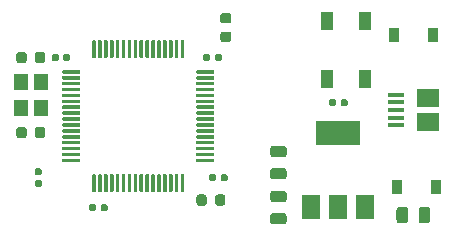
<source format=gbr>
%TF.GenerationSoftware,KiCad,Pcbnew,5.1.6+dfsg1-1*%
%TF.CreationDate,2020-06-20T18:18:21+08:00*%
%TF.ProjectId,stm32dev,73746d33-3264-4657-962e-6b696361645f,a*%
%TF.SameCoordinates,Original*%
%TF.FileFunction,Paste,Top*%
%TF.FilePolarity,Positive*%
%FSLAX46Y46*%
G04 Gerber Fmt 4.6, Leading zero omitted, Abs format (unit mm)*
G04 Created by KiCad (PCBNEW 5.1.6+dfsg1-1) date 2020-06-20 18:18:21*
%MOMM*%
%LPD*%
G01*
G04 APERTURE LIST*
%ADD10R,0.900000X1.200000*%
%ADD11R,1.000000X1.500000*%
%ADD12R,1.900000X1.500000*%
%ADD13R,1.350000X0.400000*%
%ADD14R,1.500000X2.000000*%
%ADD15R,3.800000X2.000000*%
%ADD16R,1.200000X1.400000*%
G04 APERTURE END LIST*
D10*
%TO.C,D3*%
X173100000Y-90805000D03*
X169800000Y-90805000D03*
%TD*%
%TO.C,D1*%
X173354000Y-103632000D03*
X170054000Y-103632000D03*
%TD*%
%TO.C,C10*%
G36*
G01*
X138715000Y-98803750D02*
X138715000Y-99316250D01*
G75*
G02*
X138496250Y-99535000I-218750J0D01*
G01*
X138058750Y-99535000D01*
G75*
G02*
X137840000Y-99316250I0J218750D01*
G01*
X137840000Y-98803750D01*
G75*
G02*
X138058750Y-98585000I218750J0D01*
G01*
X138496250Y-98585000D01*
G75*
G02*
X138715000Y-98803750I0J-218750D01*
G01*
G37*
G36*
G01*
X140290000Y-98803750D02*
X140290000Y-99316250D01*
G75*
G02*
X140071250Y-99535000I-218750J0D01*
G01*
X139633750Y-99535000D01*
G75*
G02*
X139415000Y-99316250I0J218750D01*
G01*
X139415000Y-98803750D01*
G75*
G02*
X139633750Y-98585000I218750J0D01*
G01*
X140071250Y-98585000D01*
G75*
G02*
X140290000Y-98803750I0J-218750D01*
G01*
G37*
%TD*%
%TO.C,C6*%
G36*
G01*
X139415000Y-92966250D02*
X139415000Y-92453750D01*
G75*
G02*
X139633750Y-92235000I218750J0D01*
G01*
X140071250Y-92235000D01*
G75*
G02*
X140290000Y-92453750I0J-218750D01*
G01*
X140290000Y-92966250D01*
G75*
G02*
X140071250Y-93185000I-218750J0D01*
G01*
X139633750Y-93185000D01*
G75*
G02*
X139415000Y-92966250I0J218750D01*
G01*
G37*
G36*
G01*
X137840000Y-92966250D02*
X137840000Y-92453750D01*
G75*
G02*
X138058750Y-92235000I218750J0D01*
G01*
X138496250Y-92235000D01*
G75*
G02*
X138715000Y-92453750I0J-218750D01*
G01*
X138715000Y-92966250D01*
G75*
G02*
X138496250Y-93185000I-218750J0D01*
G01*
X138058750Y-93185000D01*
G75*
G02*
X137840000Y-92966250I0J218750D01*
G01*
G37*
%TD*%
%TO.C,C13*%
G36*
G01*
X155831250Y-89820000D02*
X155318750Y-89820000D01*
G75*
G02*
X155100000Y-89601250I0J218750D01*
G01*
X155100000Y-89163750D01*
G75*
G02*
X155318750Y-88945000I218750J0D01*
G01*
X155831250Y-88945000D01*
G75*
G02*
X156050000Y-89163750I0J-218750D01*
G01*
X156050000Y-89601250D01*
G75*
G02*
X155831250Y-89820000I-218750J0D01*
G01*
G37*
G36*
G01*
X155831250Y-91395000D02*
X155318750Y-91395000D01*
G75*
G02*
X155100000Y-91176250I0J218750D01*
G01*
X155100000Y-90738750D01*
G75*
G02*
X155318750Y-90520000I218750J0D01*
G01*
X155831250Y-90520000D01*
G75*
G02*
X156050000Y-90738750I0J-218750D01*
G01*
X156050000Y-91176250D01*
G75*
G02*
X155831250Y-91395000I-218750J0D01*
G01*
G37*
%TD*%
%TO.C,C12*%
G36*
G01*
X154655000Y-105031250D02*
X154655000Y-104518750D01*
G75*
G02*
X154873750Y-104300000I218750J0D01*
G01*
X155311250Y-104300000D01*
G75*
G02*
X155530000Y-104518750I0J-218750D01*
G01*
X155530000Y-105031250D01*
G75*
G02*
X155311250Y-105250000I-218750J0D01*
G01*
X154873750Y-105250000D01*
G75*
G02*
X154655000Y-105031250I0J218750D01*
G01*
G37*
G36*
G01*
X153080000Y-105031250D02*
X153080000Y-104518750D01*
G75*
G02*
X153298750Y-104300000I218750J0D01*
G01*
X153736250Y-104300000D01*
G75*
G02*
X153955000Y-104518750I0J-218750D01*
G01*
X153955000Y-105031250D01*
G75*
G02*
X153736250Y-105250000I-218750J0D01*
G01*
X153298750Y-105250000D01*
G75*
G02*
X153080000Y-105031250I0J218750D01*
G01*
G37*
%TD*%
%TO.C,C11*%
G36*
G01*
X141415000Y-92537500D02*
X141415000Y-92882500D01*
G75*
G02*
X141267500Y-93030000I-147500J0D01*
G01*
X140972500Y-93030000D01*
G75*
G02*
X140825000Y-92882500I0J147500D01*
G01*
X140825000Y-92537500D01*
G75*
G02*
X140972500Y-92390000I147500J0D01*
G01*
X141267500Y-92390000D01*
G75*
G02*
X141415000Y-92537500I0J-147500D01*
G01*
G37*
G36*
G01*
X142385000Y-92537500D02*
X142385000Y-92882500D01*
G75*
G02*
X142237500Y-93030000I-147500J0D01*
G01*
X141942500Y-93030000D01*
G75*
G02*
X141795000Y-92882500I0J147500D01*
G01*
X141795000Y-92537500D01*
G75*
G02*
X141942500Y-92390000I147500J0D01*
G01*
X142237500Y-92390000D01*
G75*
G02*
X142385000Y-92537500I0J-147500D01*
G01*
G37*
%TD*%
%TO.C,C9*%
G36*
G01*
X139527500Y-103060000D02*
X139872500Y-103060000D01*
G75*
G02*
X140020000Y-103207500I0J-147500D01*
G01*
X140020000Y-103502500D01*
G75*
G02*
X139872500Y-103650000I-147500J0D01*
G01*
X139527500Y-103650000D01*
G75*
G02*
X139380000Y-103502500I0J147500D01*
G01*
X139380000Y-103207500D01*
G75*
G02*
X139527500Y-103060000I147500J0D01*
G01*
G37*
G36*
G01*
X139527500Y-102090000D02*
X139872500Y-102090000D01*
G75*
G02*
X140020000Y-102237500I0J-147500D01*
G01*
X140020000Y-102532500D01*
G75*
G02*
X139872500Y-102680000I-147500J0D01*
G01*
X139527500Y-102680000D01*
G75*
G02*
X139380000Y-102532500I0J147500D01*
G01*
X139380000Y-102237500D01*
G75*
G02*
X139527500Y-102090000I147500J0D01*
G01*
G37*
%TD*%
%TO.C,C8*%
G36*
G01*
X155130000Y-103042500D02*
X155130000Y-102697500D01*
G75*
G02*
X155277500Y-102550000I147500J0D01*
G01*
X155572500Y-102550000D01*
G75*
G02*
X155720000Y-102697500I0J-147500D01*
G01*
X155720000Y-103042500D01*
G75*
G02*
X155572500Y-103190000I-147500J0D01*
G01*
X155277500Y-103190000D01*
G75*
G02*
X155130000Y-103042500I0J147500D01*
G01*
G37*
G36*
G01*
X154160000Y-103042500D02*
X154160000Y-102697500D01*
G75*
G02*
X154307500Y-102550000I147500J0D01*
G01*
X154602500Y-102550000D01*
G75*
G02*
X154750000Y-102697500I0J-147500D01*
G01*
X154750000Y-103042500D01*
G75*
G02*
X154602500Y-103190000I-147500J0D01*
G01*
X154307500Y-103190000D01*
G75*
G02*
X154160000Y-103042500I0J147500D01*
G01*
G37*
%TD*%
%TO.C,C7*%
G36*
G01*
X154645000Y-92882500D02*
X154645000Y-92537500D01*
G75*
G02*
X154792500Y-92390000I147500J0D01*
G01*
X155087500Y-92390000D01*
G75*
G02*
X155235000Y-92537500I0J-147500D01*
G01*
X155235000Y-92882500D01*
G75*
G02*
X155087500Y-93030000I-147500J0D01*
G01*
X154792500Y-93030000D01*
G75*
G02*
X154645000Y-92882500I0J147500D01*
G01*
G37*
G36*
G01*
X153675000Y-92882500D02*
X153675000Y-92537500D01*
G75*
G02*
X153822500Y-92390000I147500J0D01*
G01*
X154117500Y-92390000D01*
G75*
G02*
X154265000Y-92537500I0J-147500D01*
G01*
X154265000Y-92882500D01*
G75*
G02*
X154117500Y-93030000I-147500J0D01*
G01*
X153822500Y-93030000D01*
G75*
G02*
X153675000Y-92882500I0J147500D01*
G01*
G37*
%TD*%
%TO.C,C5*%
G36*
G01*
X144590000Y-105237500D02*
X144590000Y-105582500D01*
G75*
G02*
X144442500Y-105730000I-147500J0D01*
G01*
X144147500Y-105730000D01*
G75*
G02*
X144000000Y-105582500I0J147500D01*
G01*
X144000000Y-105237500D01*
G75*
G02*
X144147500Y-105090000I147500J0D01*
G01*
X144442500Y-105090000D01*
G75*
G02*
X144590000Y-105237500I0J-147500D01*
G01*
G37*
G36*
G01*
X145560000Y-105237500D02*
X145560000Y-105582500D01*
G75*
G02*
X145412500Y-105730000I-147500J0D01*
G01*
X145117500Y-105730000D01*
G75*
G02*
X144970000Y-105582500I0J147500D01*
G01*
X144970000Y-105237500D01*
G75*
G02*
X145117500Y-105090000I147500J0D01*
G01*
X145412500Y-105090000D01*
G75*
G02*
X145560000Y-105237500I0J-147500D01*
G01*
G37*
%TD*%
D11*
%TO.C,D2*%
X164135000Y-94525000D03*
X167335000Y-94525000D03*
X164135000Y-89625000D03*
X167335000Y-89625000D03*
%TD*%
D12*
%TO.C,J1*%
X172687500Y-98155000D03*
D13*
X169987500Y-97155000D03*
X169987500Y-96505000D03*
X169987500Y-95855000D03*
X169987500Y-98455000D03*
X169987500Y-97805000D03*
D12*
X172687500Y-96155000D03*
%TD*%
D14*
%TO.C,U1*%
X162800000Y-105385000D03*
X167400000Y-105385000D03*
X165100000Y-105385000D03*
D15*
X165100000Y-99085000D03*
%TD*%
%TO.C,C4*%
G36*
G01*
X165290000Y-96692500D02*
X165290000Y-96347500D01*
G75*
G02*
X165437500Y-96200000I147500J0D01*
G01*
X165732500Y-96200000D01*
G75*
G02*
X165880000Y-96347500I0J-147500D01*
G01*
X165880000Y-96692500D01*
G75*
G02*
X165732500Y-96840000I-147500J0D01*
G01*
X165437500Y-96840000D01*
G75*
G02*
X165290000Y-96692500I0J147500D01*
G01*
G37*
G36*
G01*
X164320000Y-96692500D02*
X164320000Y-96347500D01*
G75*
G02*
X164467500Y-96200000I147500J0D01*
G01*
X164762500Y-96200000D01*
G75*
G02*
X164910000Y-96347500I0J-147500D01*
G01*
X164910000Y-96692500D01*
G75*
G02*
X164762500Y-96840000I-147500J0D01*
G01*
X164467500Y-96840000D01*
G75*
G02*
X164320000Y-96692500I0J147500D01*
G01*
G37*
%TD*%
%TO.C,C3*%
G36*
G01*
X160476250Y-101150000D02*
X159563750Y-101150000D01*
G75*
G02*
X159320000Y-100906250I0J243750D01*
G01*
X159320000Y-100418750D01*
G75*
G02*
X159563750Y-100175000I243750J0D01*
G01*
X160476250Y-100175000D01*
G75*
G02*
X160720000Y-100418750I0J-243750D01*
G01*
X160720000Y-100906250D01*
G75*
G02*
X160476250Y-101150000I-243750J0D01*
G01*
G37*
G36*
G01*
X160476250Y-103025000D02*
X159563750Y-103025000D01*
G75*
G02*
X159320000Y-102781250I0J243750D01*
G01*
X159320000Y-102293750D01*
G75*
G02*
X159563750Y-102050000I243750J0D01*
G01*
X160476250Y-102050000D01*
G75*
G02*
X160720000Y-102293750I0J-243750D01*
G01*
X160720000Y-102781250D01*
G75*
G02*
X160476250Y-103025000I-243750J0D01*
G01*
G37*
%TD*%
%TO.C,C2*%
G36*
G01*
X159563750Y-105860000D02*
X160476250Y-105860000D01*
G75*
G02*
X160720000Y-106103750I0J-243750D01*
G01*
X160720000Y-106591250D01*
G75*
G02*
X160476250Y-106835000I-243750J0D01*
G01*
X159563750Y-106835000D01*
G75*
G02*
X159320000Y-106591250I0J243750D01*
G01*
X159320000Y-106103750D01*
G75*
G02*
X159563750Y-105860000I243750J0D01*
G01*
G37*
G36*
G01*
X159563750Y-103985000D02*
X160476250Y-103985000D01*
G75*
G02*
X160720000Y-104228750I0J-243750D01*
G01*
X160720000Y-104716250D01*
G75*
G02*
X160476250Y-104960000I-243750J0D01*
G01*
X159563750Y-104960000D01*
G75*
G02*
X159320000Y-104716250I0J243750D01*
G01*
X159320000Y-104228750D01*
G75*
G02*
X159563750Y-103985000I243750J0D01*
G01*
G37*
%TD*%
%TO.C,C1*%
G36*
G01*
X171900000Y-106501250D02*
X171900000Y-105588750D01*
G75*
G02*
X172143750Y-105345000I243750J0D01*
G01*
X172631250Y-105345000D01*
G75*
G02*
X172875000Y-105588750I0J-243750D01*
G01*
X172875000Y-106501250D01*
G75*
G02*
X172631250Y-106745000I-243750J0D01*
G01*
X172143750Y-106745000D01*
G75*
G02*
X171900000Y-106501250I0J243750D01*
G01*
G37*
G36*
G01*
X170025000Y-106501250D02*
X170025000Y-105588750D01*
G75*
G02*
X170268750Y-105345000I243750J0D01*
G01*
X170756250Y-105345000D01*
G75*
G02*
X171000000Y-105588750I0J-243750D01*
G01*
X171000000Y-106501250D01*
G75*
G02*
X170756250Y-106745000I-243750J0D01*
G01*
X170268750Y-106745000D01*
G75*
G02*
X170025000Y-106501250I0J243750D01*
G01*
G37*
%TD*%
D16*
%TO.C,Y1*%
X139915000Y-94785000D03*
X139915000Y-96985000D03*
X138215000Y-96985000D03*
X138215000Y-94785000D03*
%TD*%
%TO.C,U2*%
G36*
G01*
X144265000Y-92690000D02*
X144265000Y-91290000D01*
G75*
G02*
X144340000Y-91215000I75000J0D01*
G01*
X144490000Y-91215000D01*
G75*
G02*
X144565000Y-91290000I0J-75000D01*
G01*
X144565000Y-92690000D01*
G75*
G02*
X144490000Y-92765000I-75000J0D01*
G01*
X144340000Y-92765000D01*
G75*
G02*
X144265000Y-92690000I0J75000D01*
G01*
G37*
G36*
G01*
X144765000Y-92690000D02*
X144765000Y-91290000D01*
G75*
G02*
X144840000Y-91215000I75000J0D01*
G01*
X144990000Y-91215000D01*
G75*
G02*
X145065000Y-91290000I0J-75000D01*
G01*
X145065000Y-92690000D01*
G75*
G02*
X144990000Y-92765000I-75000J0D01*
G01*
X144840000Y-92765000D01*
G75*
G02*
X144765000Y-92690000I0J75000D01*
G01*
G37*
G36*
G01*
X145265000Y-92690000D02*
X145265000Y-91290000D01*
G75*
G02*
X145340000Y-91215000I75000J0D01*
G01*
X145490000Y-91215000D01*
G75*
G02*
X145565000Y-91290000I0J-75000D01*
G01*
X145565000Y-92690000D01*
G75*
G02*
X145490000Y-92765000I-75000J0D01*
G01*
X145340000Y-92765000D01*
G75*
G02*
X145265000Y-92690000I0J75000D01*
G01*
G37*
G36*
G01*
X145765000Y-92690000D02*
X145765000Y-91290000D01*
G75*
G02*
X145840000Y-91215000I75000J0D01*
G01*
X145990000Y-91215000D01*
G75*
G02*
X146065000Y-91290000I0J-75000D01*
G01*
X146065000Y-92690000D01*
G75*
G02*
X145990000Y-92765000I-75000J0D01*
G01*
X145840000Y-92765000D01*
G75*
G02*
X145765000Y-92690000I0J75000D01*
G01*
G37*
G36*
G01*
X146265000Y-92690000D02*
X146265000Y-91290000D01*
G75*
G02*
X146340000Y-91215000I75000J0D01*
G01*
X146490000Y-91215000D01*
G75*
G02*
X146565000Y-91290000I0J-75000D01*
G01*
X146565000Y-92690000D01*
G75*
G02*
X146490000Y-92765000I-75000J0D01*
G01*
X146340000Y-92765000D01*
G75*
G02*
X146265000Y-92690000I0J75000D01*
G01*
G37*
G36*
G01*
X146765000Y-92690000D02*
X146765000Y-91290000D01*
G75*
G02*
X146840000Y-91215000I75000J0D01*
G01*
X146990000Y-91215000D01*
G75*
G02*
X147065000Y-91290000I0J-75000D01*
G01*
X147065000Y-92690000D01*
G75*
G02*
X146990000Y-92765000I-75000J0D01*
G01*
X146840000Y-92765000D01*
G75*
G02*
X146765000Y-92690000I0J75000D01*
G01*
G37*
G36*
G01*
X147265000Y-92690000D02*
X147265000Y-91290000D01*
G75*
G02*
X147340000Y-91215000I75000J0D01*
G01*
X147490000Y-91215000D01*
G75*
G02*
X147565000Y-91290000I0J-75000D01*
G01*
X147565000Y-92690000D01*
G75*
G02*
X147490000Y-92765000I-75000J0D01*
G01*
X147340000Y-92765000D01*
G75*
G02*
X147265000Y-92690000I0J75000D01*
G01*
G37*
G36*
G01*
X147765000Y-92690000D02*
X147765000Y-91290000D01*
G75*
G02*
X147840000Y-91215000I75000J0D01*
G01*
X147990000Y-91215000D01*
G75*
G02*
X148065000Y-91290000I0J-75000D01*
G01*
X148065000Y-92690000D01*
G75*
G02*
X147990000Y-92765000I-75000J0D01*
G01*
X147840000Y-92765000D01*
G75*
G02*
X147765000Y-92690000I0J75000D01*
G01*
G37*
G36*
G01*
X148265000Y-92690000D02*
X148265000Y-91290000D01*
G75*
G02*
X148340000Y-91215000I75000J0D01*
G01*
X148490000Y-91215000D01*
G75*
G02*
X148565000Y-91290000I0J-75000D01*
G01*
X148565000Y-92690000D01*
G75*
G02*
X148490000Y-92765000I-75000J0D01*
G01*
X148340000Y-92765000D01*
G75*
G02*
X148265000Y-92690000I0J75000D01*
G01*
G37*
G36*
G01*
X148765000Y-92690000D02*
X148765000Y-91290000D01*
G75*
G02*
X148840000Y-91215000I75000J0D01*
G01*
X148990000Y-91215000D01*
G75*
G02*
X149065000Y-91290000I0J-75000D01*
G01*
X149065000Y-92690000D01*
G75*
G02*
X148990000Y-92765000I-75000J0D01*
G01*
X148840000Y-92765000D01*
G75*
G02*
X148765000Y-92690000I0J75000D01*
G01*
G37*
G36*
G01*
X149265000Y-92690000D02*
X149265000Y-91290000D01*
G75*
G02*
X149340000Y-91215000I75000J0D01*
G01*
X149490000Y-91215000D01*
G75*
G02*
X149565000Y-91290000I0J-75000D01*
G01*
X149565000Y-92690000D01*
G75*
G02*
X149490000Y-92765000I-75000J0D01*
G01*
X149340000Y-92765000D01*
G75*
G02*
X149265000Y-92690000I0J75000D01*
G01*
G37*
G36*
G01*
X149765000Y-92690000D02*
X149765000Y-91290000D01*
G75*
G02*
X149840000Y-91215000I75000J0D01*
G01*
X149990000Y-91215000D01*
G75*
G02*
X150065000Y-91290000I0J-75000D01*
G01*
X150065000Y-92690000D01*
G75*
G02*
X149990000Y-92765000I-75000J0D01*
G01*
X149840000Y-92765000D01*
G75*
G02*
X149765000Y-92690000I0J75000D01*
G01*
G37*
G36*
G01*
X150265000Y-92690000D02*
X150265000Y-91290000D01*
G75*
G02*
X150340000Y-91215000I75000J0D01*
G01*
X150490000Y-91215000D01*
G75*
G02*
X150565000Y-91290000I0J-75000D01*
G01*
X150565000Y-92690000D01*
G75*
G02*
X150490000Y-92765000I-75000J0D01*
G01*
X150340000Y-92765000D01*
G75*
G02*
X150265000Y-92690000I0J75000D01*
G01*
G37*
G36*
G01*
X150765000Y-92690000D02*
X150765000Y-91290000D01*
G75*
G02*
X150840000Y-91215000I75000J0D01*
G01*
X150990000Y-91215000D01*
G75*
G02*
X151065000Y-91290000I0J-75000D01*
G01*
X151065000Y-92690000D01*
G75*
G02*
X150990000Y-92765000I-75000J0D01*
G01*
X150840000Y-92765000D01*
G75*
G02*
X150765000Y-92690000I0J75000D01*
G01*
G37*
G36*
G01*
X151265000Y-92690000D02*
X151265000Y-91290000D01*
G75*
G02*
X151340000Y-91215000I75000J0D01*
G01*
X151490000Y-91215000D01*
G75*
G02*
X151565000Y-91290000I0J-75000D01*
G01*
X151565000Y-92690000D01*
G75*
G02*
X151490000Y-92765000I-75000J0D01*
G01*
X151340000Y-92765000D01*
G75*
G02*
X151265000Y-92690000I0J75000D01*
G01*
G37*
G36*
G01*
X151765000Y-92690000D02*
X151765000Y-91290000D01*
G75*
G02*
X151840000Y-91215000I75000J0D01*
G01*
X151990000Y-91215000D01*
G75*
G02*
X152065000Y-91290000I0J-75000D01*
G01*
X152065000Y-92690000D01*
G75*
G02*
X151990000Y-92765000I-75000J0D01*
G01*
X151840000Y-92765000D01*
G75*
G02*
X151765000Y-92690000I0J75000D01*
G01*
G37*
G36*
G01*
X153065000Y-93990000D02*
X153065000Y-93840000D01*
G75*
G02*
X153140000Y-93765000I75000J0D01*
G01*
X154540000Y-93765000D01*
G75*
G02*
X154615000Y-93840000I0J-75000D01*
G01*
X154615000Y-93990000D01*
G75*
G02*
X154540000Y-94065000I-75000J0D01*
G01*
X153140000Y-94065000D01*
G75*
G02*
X153065000Y-93990000I0J75000D01*
G01*
G37*
G36*
G01*
X153065000Y-94490000D02*
X153065000Y-94340000D01*
G75*
G02*
X153140000Y-94265000I75000J0D01*
G01*
X154540000Y-94265000D01*
G75*
G02*
X154615000Y-94340000I0J-75000D01*
G01*
X154615000Y-94490000D01*
G75*
G02*
X154540000Y-94565000I-75000J0D01*
G01*
X153140000Y-94565000D01*
G75*
G02*
X153065000Y-94490000I0J75000D01*
G01*
G37*
G36*
G01*
X153065000Y-94990000D02*
X153065000Y-94840000D01*
G75*
G02*
X153140000Y-94765000I75000J0D01*
G01*
X154540000Y-94765000D01*
G75*
G02*
X154615000Y-94840000I0J-75000D01*
G01*
X154615000Y-94990000D01*
G75*
G02*
X154540000Y-95065000I-75000J0D01*
G01*
X153140000Y-95065000D01*
G75*
G02*
X153065000Y-94990000I0J75000D01*
G01*
G37*
G36*
G01*
X153065000Y-95490000D02*
X153065000Y-95340000D01*
G75*
G02*
X153140000Y-95265000I75000J0D01*
G01*
X154540000Y-95265000D01*
G75*
G02*
X154615000Y-95340000I0J-75000D01*
G01*
X154615000Y-95490000D01*
G75*
G02*
X154540000Y-95565000I-75000J0D01*
G01*
X153140000Y-95565000D01*
G75*
G02*
X153065000Y-95490000I0J75000D01*
G01*
G37*
G36*
G01*
X153065000Y-95990000D02*
X153065000Y-95840000D01*
G75*
G02*
X153140000Y-95765000I75000J0D01*
G01*
X154540000Y-95765000D01*
G75*
G02*
X154615000Y-95840000I0J-75000D01*
G01*
X154615000Y-95990000D01*
G75*
G02*
X154540000Y-96065000I-75000J0D01*
G01*
X153140000Y-96065000D01*
G75*
G02*
X153065000Y-95990000I0J75000D01*
G01*
G37*
G36*
G01*
X153065000Y-96490000D02*
X153065000Y-96340000D01*
G75*
G02*
X153140000Y-96265000I75000J0D01*
G01*
X154540000Y-96265000D01*
G75*
G02*
X154615000Y-96340000I0J-75000D01*
G01*
X154615000Y-96490000D01*
G75*
G02*
X154540000Y-96565000I-75000J0D01*
G01*
X153140000Y-96565000D01*
G75*
G02*
X153065000Y-96490000I0J75000D01*
G01*
G37*
G36*
G01*
X153065000Y-96990000D02*
X153065000Y-96840000D01*
G75*
G02*
X153140000Y-96765000I75000J0D01*
G01*
X154540000Y-96765000D01*
G75*
G02*
X154615000Y-96840000I0J-75000D01*
G01*
X154615000Y-96990000D01*
G75*
G02*
X154540000Y-97065000I-75000J0D01*
G01*
X153140000Y-97065000D01*
G75*
G02*
X153065000Y-96990000I0J75000D01*
G01*
G37*
G36*
G01*
X153065000Y-97490000D02*
X153065000Y-97340000D01*
G75*
G02*
X153140000Y-97265000I75000J0D01*
G01*
X154540000Y-97265000D01*
G75*
G02*
X154615000Y-97340000I0J-75000D01*
G01*
X154615000Y-97490000D01*
G75*
G02*
X154540000Y-97565000I-75000J0D01*
G01*
X153140000Y-97565000D01*
G75*
G02*
X153065000Y-97490000I0J75000D01*
G01*
G37*
G36*
G01*
X153065000Y-97990000D02*
X153065000Y-97840000D01*
G75*
G02*
X153140000Y-97765000I75000J0D01*
G01*
X154540000Y-97765000D01*
G75*
G02*
X154615000Y-97840000I0J-75000D01*
G01*
X154615000Y-97990000D01*
G75*
G02*
X154540000Y-98065000I-75000J0D01*
G01*
X153140000Y-98065000D01*
G75*
G02*
X153065000Y-97990000I0J75000D01*
G01*
G37*
G36*
G01*
X153065000Y-98490000D02*
X153065000Y-98340000D01*
G75*
G02*
X153140000Y-98265000I75000J0D01*
G01*
X154540000Y-98265000D01*
G75*
G02*
X154615000Y-98340000I0J-75000D01*
G01*
X154615000Y-98490000D01*
G75*
G02*
X154540000Y-98565000I-75000J0D01*
G01*
X153140000Y-98565000D01*
G75*
G02*
X153065000Y-98490000I0J75000D01*
G01*
G37*
G36*
G01*
X153065000Y-98990000D02*
X153065000Y-98840000D01*
G75*
G02*
X153140000Y-98765000I75000J0D01*
G01*
X154540000Y-98765000D01*
G75*
G02*
X154615000Y-98840000I0J-75000D01*
G01*
X154615000Y-98990000D01*
G75*
G02*
X154540000Y-99065000I-75000J0D01*
G01*
X153140000Y-99065000D01*
G75*
G02*
X153065000Y-98990000I0J75000D01*
G01*
G37*
G36*
G01*
X153065000Y-99490000D02*
X153065000Y-99340000D01*
G75*
G02*
X153140000Y-99265000I75000J0D01*
G01*
X154540000Y-99265000D01*
G75*
G02*
X154615000Y-99340000I0J-75000D01*
G01*
X154615000Y-99490000D01*
G75*
G02*
X154540000Y-99565000I-75000J0D01*
G01*
X153140000Y-99565000D01*
G75*
G02*
X153065000Y-99490000I0J75000D01*
G01*
G37*
G36*
G01*
X153065000Y-99990000D02*
X153065000Y-99840000D01*
G75*
G02*
X153140000Y-99765000I75000J0D01*
G01*
X154540000Y-99765000D01*
G75*
G02*
X154615000Y-99840000I0J-75000D01*
G01*
X154615000Y-99990000D01*
G75*
G02*
X154540000Y-100065000I-75000J0D01*
G01*
X153140000Y-100065000D01*
G75*
G02*
X153065000Y-99990000I0J75000D01*
G01*
G37*
G36*
G01*
X153065000Y-100490000D02*
X153065000Y-100340000D01*
G75*
G02*
X153140000Y-100265000I75000J0D01*
G01*
X154540000Y-100265000D01*
G75*
G02*
X154615000Y-100340000I0J-75000D01*
G01*
X154615000Y-100490000D01*
G75*
G02*
X154540000Y-100565000I-75000J0D01*
G01*
X153140000Y-100565000D01*
G75*
G02*
X153065000Y-100490000I0J75000D01*
G01*
G37*
G36*
G01*
X153065000Y-100990000D02*
X153065000Y-100840000D01*
G75*
G02*
X153140000Y-100765000I75000J0D01*
G01*
X154540000Y-100765000D01*
G75*
G02*
X154615000Y-100840000I0J-75000D01*
G01*
X154615000Y-100990000D01*
G75*
G02*
X154540000Y-101065000I-75000J0D01*
G01*
X153140000Y-101065000D01*
G75*
G02*
X153065000Y-100990000I0J75000D01*
G01*
G37*
G36*
G01*
X153065000Y-101490000D02*
X153065000Y-101340000D01*
G75*
G02*
X153140000Y-101265000I75000J0D01*
G01*
X154540000Y-101265000D01*
G75*
G02*
X154615000Y-101340000I0J-75000D01*
G01*
X154615000Y-101490000D01*
G75*
G02*
X154540000Y-101565000I-75000J0D01*
G01*
X153140000Y-101565000D01*
G75*
G02*
X153065000Y-101490000I0J75000D01*
G01*
G37*
G36*
G01*
X151765000Y-104040000D02*
X151765000Y-102640000D01*
G75*
G02*
X151840000Y-102565000I75000J0D01*
G01*
X151990000Y-102565000D01*
G75*
G02*
X152065000Y-102640000I0J-75000D01*
G01*
X152065000Y-104040000D01*
G75*
G02*
X151990000Y-104115000I-75000J0D01*
G01*
X151840000Y-104115000D01*
G75*
G02*
X151765000Y-104040000I0J75000D01*
G01*
G37*
G36*
G01*
X151265000Y-104040000D02*
X151265000Y-102640000D01*
G75*
G02*
X151340000Y-102565000I75000J0D01*
G01*
X151490000Y-102565000D01*
G75*
G02*
X151565000Y-102640000I0J-75000D01*
G01*
X151565000Y-104040000D01*
G75*
G02*
X151490000Y-104115000I-75000J0D01*
G01*
X151340000Y-104115000D01*
G75*
G02*
X151265000Y-104040000I0J75000D01*
G01*
G37*
G36*
G01*
X150765000Y-104040000D02*
X150765000Y-102640000D01*
G75*
G02*
X150840000Y-102565000I75000J0D01*
G01*
X150990000Y-102565000D01*
G75*
G02*
X151065000Y-102640000I0J-75000D01*
G01*
X151065000Y-104040000D01*
G75*
G02*
X150990000Y-104115000I-75000J0D01*
G01*
X150840000Y-104115000D01*
G75*
G02*
X150765000Y-104040000I0J75000D01*
G01*
G37*
G36*
G01*
X150265000Y-104040000D02*
X150265000Y-102640000D01*
G75*
G02*
X150340000Y-102565000I75000J0D01*
G01*
X150490000Y-102565000D01*
G75*
G02*
X150565000Y-102640000I0J-75000D01*
G01*
X150565000Y-104040000D01*
G75*
G02*
X150490000Y-104115000I-75000J0D01*
G01*
X150340000Y-104115000D01*
G75*
G02*
X150265000Y-104040000I0J75000D01*
G01*
G37*
G36*
G01*
X149765000Y-104040000D02*
X149765000Y-102640000D01*
G75*
G02*
X149840000Y-102565000I75000J0D01*
G01*
X149990000Y-102565000D01*
G75*
G02*
X150065000Y-102640000I0J-75000D01*
G01*
X150065000Y-104040000D01*
G75*
G02*
X149990000Y-104115000I-75000J0D01*
G01*
X149840000Y-104115000D01*
G75*
G02*
X149765000Y-104040000I0J75000D01*
G01*
G37*
G36*
G01*
X149265000Y-104040000D02*
X149265000Y-102640000D01*
G75*
G02*
X149340000Y-102565000I75000J0D01*
G01*
X149490000Y-102565000D01*
G75*
G02*
X149565000Y-102640000I0J-75000D01*
G01*
X149565000Y-104040000D01*
G75*
G02*
X149490000Y-104115000I-75000J0D01*
G01*
X149340000Y-104115000D01*
G75*
G02*
X149265000Y-104040000I0J75000D01*
G01*
G37*
G36*
G01*
X148765000Y-104040000D02*
X148765000Y-102640000D01*
G75*
G02*
X148840000Y-102565000I75000J0D01*
G01*
X148990000Y-102565000D01*
G75*
G02*
X149065000Y-102640000I0J-75000D01*
G01*
X149065000Y-104040000D01*
G75*
G02*
X148990000Y-104115000I-75000J0D01*
G01*
X148840000Y-104115000D01*
G75*
G02*
X148765000Y-104040000I0J75000D01*
G01*
G37*
G36*
G01*
X148265000Y-104040000D02*
X148265000Y-102640000D01*
G75*
G02*
X148340000Y-102565000I75000J0D01*
G01*
X148490000Y-102565000D01*
G75*
G02*
X148565000Y-102640000I0J-75000D01*
G01*
X148565000Y-104040000D01*
G75*
G02*
X148490000Y-104115000I-75000J0D01*
G01*
X148340000Y-104115000D01*
G75*
G02*
X148265000Y-104040000I0J75000D01*
G01*
G37*
G36*
G01*
X147765000Y-104040000D02*
X147765000Y-102640000D01*
G75*
G02*
X147840000Y-102565000I75000J0D01*
G01*
X147990000Y-102565000D01*
G75*
G02*
X148065000Y-102640000I0J-75000D01*
G01*
X148065000Y-104040000D01*
G75*
G02*
X147990000Y-104115000I-75000J0D01*
G01*
X147840000Y-104115000D01*
G75*
G02*
X147765000Y-104040000I0J75000D01*
G01*
G37*
G36*
G01*
X147265000Y-104040000D02*
X147265000Y-102640000D01*
G75*
G02*
X147340000Y-102565000I75000J0D01*
G01*
X147490000Y-102565000D01*
G75*
G02*
X147565000Y-102640000I0J-75000D01*
G01*
X147565000Y-104040000D01*
G75*
G02*
X147490000Y-104115000I-75000J0D01*
G01*
X147340000Y-104115000D01*
G75*
G02*
X147265000Y-104040000I0J75000D01*
G01*
G37*
G36*
G01*
X146765000Y-104040000D02*
X146765000Y-102640000D01*
G75*
G02*
X146840000Y-102565000I75000J0D01*
G01*
X146990000Y-102565000D01*
G75*
G02*
X147065000Y-102640000I0J-75000D01*
G01*
X147065000Y-104040000D01*
G75*
G02*
X146990000Y-104115000I-75000J0D01*
G01*
X146840000Y-104115000D01*
G75*
G02*
X146765000Y-104040000I0J75000D01*
G01*
G37*
G36*
G01*
X146265000Y-104040000D02*
X146265000Y-102640000D01*
G75*
G02*
X146340000Y-102565000I75000J0D01*
G01*
X146490000Y-102565000D01*
G75*
G02*
X146565000Y-102640000I0J-75000D01*
G01*
X146565000Y-104040000D01*
G75*
G02*
X146490000Y-104115000I-75000J0D01*
G01*
X146340000Y-104115000D01*
G75*
G02*
X146265000Y-104040000I0J75000D01*
G01*
G37*
G36*
G01*
X145765000Y-104040000D02*
X145765000Y-102640000D01*
G75*
G02*
X145840000Y-102565000I75000J0D01*
G01*
X145990000Y-102565000D01*
G75*
G02*
X146065000Y-102640000I0J-75000D01*
G01*
X146065000Y-104040000D01*
G75*
G02*
X145990000Y-104115000I-75000J0D01*
G01*
X145840000Y-104115000D01*
G75*
G02*
X145765000Y-104040000I0J75000D01*
G01*
G37*
G36*
G01*
X145265000Y-104040000D02*
X145265000Y-102640000D01*
G75*
G02*
X145340000Y-102565000I75000J0D01*
G01*
X145490000Y-102565000D01*
G75*
G02*
X145565000Y-102640000I0J-75000D01*
G01*
X145565000Y-104040000D01*
G75*
G02*
X145490000Y-104115000I-75000J0D01*
G01*
X145340000Y-104115000D01*
G75*
G02*
X145265000Y-104040000I0J75000D01*
G01*
G37*
G36*
G01*
X144765000Y-104040000D02*
X144765000Y-102640000D01*
G75*
G02*
X144840000Y-102565000I75000J0D01*
G01*
X144990000Y-102565000D01*
G75*
G02*
X145065000Y-102640000I0J-75000D01*
G01*
X145065000Y-104040000D01*
G75*
G02*
X144990000Y-104115000I-75000J0D01*
G01*
X144840000Y-104115000D01*
G75*
G02*
X144765000Y-104040000I0J75000D01*
G01*
G37*
G36*
G01*
X144265000Y-104040000D02*
X144265000Y-102640000D01*
G75*
G02*
X144340000Y-102565000I75000J0D01*
G01*
X144490000Y-102565000D01*
G75*
G02*
X144565000Y-102640000I0J-75000D01*
G01*
X144565000Y-104040000D01*
G75*
G02*
X144490000Y-104115000I-75000J0D01*
G01*
X144340000Y-104115000D01*
G75*
G02*
X144265000Y-104040000I0J75000D01*
G01*
G37*
G36*
G01*
X141715000Y-101490000D02*
X141715000Y-101340000D01*
G75*
G02*
X141790000Y-101265000I75000J0D01*
G01*
X143190000Y-101265000D01*
G75*
G02*
X143265000Y-101340000I0J-75000D01*
G01*
X143265000Y-101490000D01*
G75*
G02*
X143190000Y-101565000I-75000J0D01*
G01*
X141790000Y-101565000D01*
G75*
G02*
X141715000Y-101490000I0J75000D01*
G01*
G37*
G36*
G01*
X141715000Y-100990000D02*
X141715000Y-100840000D01*
G75*
G02*
X141790000Y-100765000I75000J0D01*
G01*
X143190000Y-100765000D01*
G75*
G02*
X143265000Y-100840000I0J-75000D01*
G01*
X143265000Y-100990000D01*
G75*
G02*
X143190000Y-101065000I-75000J0D01*
G01*
X141790000Y-101065000D01*
G75*
G02*
X141715000Y-100990000I0J75000D01*
G01*
G37*
G36*
G01*
X141715000Y-100490000D02*
X141715000Y-100340000D01*
G75*
G02*
X141790000Y-100265000I75000J0D01*
G01*
X143190000Y-100265000D01*
G75*
G02*
X143265000Y-100340000I0J-75000D01*
G01*
X143265000Y-100490000D01*
G75*
G02*
X143190000Y-100565000I-75000J0D01*
G01*
X141790000Y-100565000D01*
G75*
G02*
X141715000Y-100490000I0J75000D01*
G01*
G37*
G36*
G01*
X141715000Y-99990000D02*
X141715000Y-99840000D01*
G75*
G02*
X141790000Y-99765000I75000J0D01*
G01*
X143190000Y-99765000D01*
G75*
G02*
X143265000Y-99840000I0J-75000D01*
G01*
X143265000Y-99990000D01*
G75*
G02*
X143190000Y-100065000I-75000J0D01*
G01*
X141790000Y-100065000D01*
G75*
G02*
X141715000Y-99990000I0J75000D01*
G01*
G37*
G36*
G01*
X141715000Y-99490000D02*
X141715000Y-99340000D01*
G75*
G02*
X141790000Y-99265000I75000J0D01*
G01*
X143190000Y-99265000D01*
G75*
G02*
X143265000Y-99340000I0J-75000D01*
G01*
X143265000Y-99490000D01*
G75*
G02*
X143190000Y-99565000I-75000J0D01*
G01*
X141790000Y-99565000D01*
G75*
G02*
X141715000Y-99490000I0J75000D01*
G01*
G37*
G36*
G01*
X141715000Y-98990000D02*
X141715000Y-98840000D01*
G75*
G02*
X141790000Y-98765000I75000J0D01*
G01*
X143190000Y-98765000D01*
G75*
G02*
X143265000Y-98840000I0J-75000D01*
G01*
X143265000Y-98990000D01*
G75*
G02*
X143190000Y-99065000I-75000J0D01*
G01*
X141790000Y-99065000D01*
G75*
G02*
X141715000Y-98990000I0J75000D01*
G01*
G37*
G36*
G01*
X141715000Y-98490000D02*
X141715000Y-98340000D01*
G75*
G02*
X141790000Y-98265000I75000J0D01*
G01*
X143190000Y-98265000D01*
G75*
G02*
X143265000Y-98340000I0J-75000D01*
G01*
X143265000Y-98490000D01*
G75*
G02*
X143190000Y-98565000I-75000J0D01*
G01*
X141790000Y-98565000D01*
G75*
G02*
X141715000Y-98490000I0J75000D01*
G01*
G37*
G36*
G01*
X141715000Y-97990000D02*
X141715000Y-97840000D01*
G75*
G02*
X141790000Y-97765000I75000J0D01*
G01*
X143190000Y-97765000D01*
G75*
G02*
X143265000Y-97840000I0J-75000D01*
G01*
X143265000Y-97990000D01*
G75*
G02*
X143190000Y-98065000I-75000J0D01*
G01*
X141790000Y-98065000D01*
G75*
G02*
X141715000Y-97990000I0J75000D01*
G01*
G37*
G36*
G01*
X141715000Y-97490000D02*
X141715000Y-97340000D01*
G75*
G02*
X141790000Y-97265000I75000J0D01*
G01*
X143190000Y-97265000D01*
G75*
G02*
X143265000Y-97340000I0J-75000D01*
G01*
X143265000Y-97490000D01*
G75*
G02*
X143190000Y-97565000I-75000J0D01*
G01*
X141790000Y-97565000D01*
G75*
G02*
X141715000Y-97490000I0J75000D01*
G01*
G37*
G36*
G01*
X141715000Y-96990000D02*
X141715000Y-96840000D01*
G75*
G02*
X141790000Y-96765000I75000J0D01*
G01*
X143190000Y-96765000D01*
G75*
G02*
X143265000Y-96840000I0J-75000D01*
G01*
X143265000Y-96990000D01*
G75*
G02*
X143190000Y-97065000I-75000J0D01*
G01*
X141790000Y-97065000D01*
G75*
G02*
X141715000Y-96990000I0J75000D01*
G01*
G37*
G36*
G01*
X141715000Y-96490000D02*
X141715000Y-96340000D01*
G75*
G02*
X141790000Y-96265000I75000J0D01*
G01*
X143190000Y-96265000D01*
G75*
G02*
X143265000Y-96340000I0J-75000D01*
G01*
X143265000Y-96490000D01*
G75*
G02*
X143190000Y-96565000I-75000J0D01*
G01*
X141790000Y-96565000D01*
G75*
G02*
X141715000Y-96490000I0J75000D01*
G01*
G37*
G36*
G01*
X141715000Y-95990000D02*
X141715000Y-95840000D01*
G75*
G02*
X141790000Y-95765000I75000J0D01*
G01*
X143190000Y-95765000D01*
G75*
G02*
X143265000Y-95840000I0J-75000D01*
G01*
X143265000Y-95990000D01*
G75*
G02*
X143190000Y-96065000I-75000J0D01*
G01*
X141790000Y-96065000D01*
G75*
G02*
X141715000Y-95990000I0J75000D01*
G01*
G37*
G36*
G01*
X141715000Y-95490000D02*
X141715000Y-95340000D01*
G75*
G02*
X141790000Y-95265000I75000J0D01*
G01*
X143190000Y-95265000D01*
G75*
G02*
X143265000Y-95340000I0J-75000D01*
G01*
X143265000Y-95490000D01*
G75*
G02*
X143190000Y-95565000I-75000J0D01*
G01*
X141790000Y-95565000D01*
G75*
G02*
X141715000Y-95490000I0J75000D01*
G01*
G37*
G36*
G01*
X141715000Y-94990000D02*
X141715000Y-94840000D01*
G75*
G02*
X141790000Y-94765000I75000J0D01*
G01*
X143190000Y-94765000D01*
G75*
G02*
X143265000Y-94840000I0J-75000D01*
G01*
X143265000Y-94990000D01*
G75*
G02*
X143190000Y-95065000I-75000J0D01*
G01*
X141790000Y-95065000D01*
G75*
G02*
X141715000Y-94990000I0J75000D01*
G01*
G37*
G36*
G01*
X141715000Y-94490000D02*
X141715000Y-94340000D01*
G75*
G02*
X141790000Y-94265000I75000J0D01*
G01*
X143190000Y-94265000D01*
G75*
G02*
X143265000Y-94340000I0J-75000D01*
G01*
X143265000Y-94490000D01*
G75*
G02*
X143190000Y-94565000I-75000J0D01*
G01*
X141790000Y-94565000D01*
G75*
G02*
X141715000Y-94490000I0J75000D01*
G01*
G37*
G36*
G01*
X141715000Y-93990000D02*
X141715000Y-93840000D01*
G75*
G02*
X141790000Y-93765000I75000J0D01*
G01*
X143190000Y-93765000D01*
G75*
G02*
X143265000Y-93840000I0J-75000D01*
G01*
X143265000Y-93990000D01*
G75*
G02*
X143190000Y-94065000I-75000J0D01*
G01*
X141790000Y-94065000D01*
G75*
G02*
X141715000Y-93990000I0J75000D01*
G01*
G37*
%TD*%
M02*

</source>
